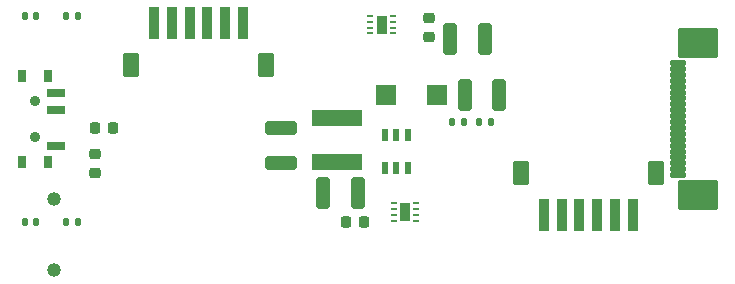
<source format=gbr>
%TF.GenerationSoftware,KiCad,Pcbnew,(7.0.0)*%
%TF.CreationDate,2023-10-22T09:49:58+03:00*%
%TF.ProjectId,nanoInvaderBot-power,6e616e6f-496e-4766-9164-6572426f742d,rev?*%
%TF.SameCoordinates,Original*%
%TF.FileFunction,Soldermask,Bot*%
%TF.FilePolarity,Negative*%
%FSLAX46Y46*%
G04 Gerber Fmt 4.6, Leading zero omitted, Abs format (unit mm)*
G04 Created by KiCad (PCBNEW (7.0.0)) date 2023-10-22 09:49:58*
%MOMM*%
%LPD*%
G01*
G04 APERTURE LIST*
G04 Aperture macros list*
%AMRoundRect*
0 Rectangle with rounded corners*
0 $1 Rounding radius*
0 $2 $3 $4 $5 $6 $7 $8 $9 X,Y pos of 4 corners*
0 Add a 4 corners polygon primitive as box body*
4,1,4,$2,$3,$4,$5,$6,$7,$8,$9,$2,$3,0*
0 Add four circle primitives for the rounded corners*
1,1,$1+$1,$2,$3*
1,1,$1+$1,$4,$5*
1,1,$1+$1,$6,$7*
1,1,$1+$1,$8,$9*
0 Add four rect primitives between the rounded corners*
20,1,$1+$1,$2,$3,$4,$5,0*
20,1,$1+$1,$4,$5,$6,$7,0*
20,1,$1+$1,$6,$7,$8,$9,0*
20,1,$1+$1,$8,$9,$2,$3,0*%
G04 Aperture macros list end*
%ADD10R,0.558800X0.977900*%
%ADD11C,1.180000*%
%ADD12RoundRect,0.135000X-0.135000X-0.185000X0.135000X-0.185000X0.135000X0.185000X-0.135000X0.185000X0*%
%ADD13R,4.191000X1.447800*%
%ADD14RoundRect,0.102000X-0.350000X-1.250000X0.350000X-1.250000X0.350000X1.250000X-0.350000X1.250000X0*%
%ADD15RoundRect,0.102000X-0.550000X-0.950000X0.550000X-0.950000X0.550000X0.950000X-0.550000X0.950000X0*%
%ADD16RoundRect,0.147500X-0.147500X-0.172500X0.147500X-0.172500X0.147500X0.172500X-0.147500X0.172500X0*%
%ADD17RoundRect,0.102000X0.350000X1.250000X-0.350000X1.250000X-0.350000X-1.250000X0.350000X-1.250000X0*%
%ADD18RoundRect,0.102000X0.550000X0.950000X-0.550000X0.950000X-0.550000X-0.950000X0.550000X-0.950000X0*%
%ADD19RoundRect,0.250000X-0.325000X-1.100000X0.325000X-1.100000X0.325000X1.100000X-0.325000X1.100000X0*%
%ADD20RoundRect,0.225000X0.225000X0.250000X-0.225000X0.250000X-0.225000X-0.250000X0.225000X-0.250000X0*%
%ADD21RoundRect,0.225000X0.250000X-0.225000X0.250000X0.225000X-0.250000X0.225000X-0.250000X-0.225000X0*%
%ADD22RoundRect,0.102000X-0.550000X0.150000X-0.550000X-0.150000X0.550000X-0.150000X0.550000X0.150000X0*%
%ADD23RoundRect,0.102000X-1.550000X1.150000X-1.550000X-1.150000X1.550000X-1.150000X1.550000X1.150000X0*%
%ADD24RoundRect,0.135000X0.135000X0.185000X-0.135000X0.185000X-0.135000X-0.185000X0.135000X-0.185000X0*%
%ADD25R,0.500000X0.250000*%
%ADD26R,0.900000X1.600000*%
%ADD27R,0.800000X1.000000*%
%ADD28C,0.900000*%
%ADD29R,1.500000X0.700000*%
%ADD30R,1.701800X1.651000*%
%ADD31RoundRect,0.250000X0.325000X1.100000X-0.325000X1.100000X-0.325000X-1.100000X0.325000X-1.100000X0*%
%ADD32RoundRect,0.250000X1.100000X-0.325000X1.100000X0.325000X-1.100000X0.325000X-1.100000X-0.325000X0*%
G04 APERTURE END LIST*
D10*
%TO.C,U5*%
X149299998Y-101384749D03*
X150249999Y-101384749D03*
X151200000Y-101384749D03*
X151200000Y-104115249D03*
X150249999Y-104115249D03*
X149299998Y-104115249D03*
%TD*%
D11*
%TO.C,J3*%
X121250000Y-106800000D03*
X121250000Y-112800000D03*
%TD*%
D12*
%TO.C,R10*%
X154990000Y-100250000D03*
X156010000Y-100250000D03*
%TD*%
D13*
%TO.C,L1*%
X145249999Y-99870399D03*
X145249999Y-103629599D03*
%TD*%
D14*
%TO.C,J2*%
X162750000Y-108150000D03*
X164250000Y-108150000D03*
X165750000Y-108150000D03*
X167250000Y-108150000D03*
X168750000Y-108150000D03*
X170250000Y-108150000D03*
D15*
X160800000Y-104550000D03*
X172200000Y-104550000D03*
%TD*%
D16*
%TO.C,D1*%
X118765000Y-108750000D03*
X119735000Y-108750000D03*
%TD*%
D17*
%TO.C,J1*%
X137250000Y-91850000D03*
X135750000Y-91850000D03*
X134250000Y-91850000D03*
X132750000Y-91850000D03*
X131250000Y-91850000D03*
X129750000Y-91850000D03*
D18*
X139200000Y-95450000D03*
X127800000Y-95450000D03*
%TD*%
D19*
%TO.C,C2*%
X156025000Y-98000000D03*
X158975000Y-98000000D03*
%TD*%
D12*
%TO.C,R9*%
X157240000Y-100250000D03*
X158260000Y-100250000D03*
%TD*%
D20*
%TO.C,C6*%
X147525000Y-108750000D03*
X145975000Y-108750000D03*
%TD*%
D21*
%TO.C,C4*%
X153000000Y-93025000D03*
X153000000Y-91475000D03*
%TD*%
%TO.C,C8*%
X124750000Y-104525000D03*
X124750000Y-102975000D03*
%TD*%
D22*
%TO.C,J4*%
X174062500Y-95250000D03*
X174062500Y-95750000D03*
X174062500Y-96250000D03*
X174062500Y-96750000D03*
X174062500Y-97250000D03*
X174062500Y-97750000D03*
X174062500Y-98250000D03*
X174062500Y-98750000D03*
X174062500Y-99250000D03*
X174062500Y-99750000D03*
X174062500Y-100250000D03*
X174062500Y-100750000D03*
X174062500Y-101250000D03*
X174062500Y-101750000D03*
X174062500Y-102250000D03*
X174062500Y-102750000D03*
X174062500Y-103250000D03*
X174062500Y-103750000D03*
X174062500Y-104250000D03*
X174062500Y-104750000D03*
D23*
X175762500Y-93580000D03*
X175762500Y-106420000D03*
%TD*%
D24*
%TO.C,R7*%
X123260000Y-108750000D03*
X122240000Y-108750000D03*
%TD*%
D25*
%TO.C,U2*%
X151949999Y-107099999D03*
X151949999Y-107599999D03*
X151949999Y-108099999D03*
X151949999Y-108599999D03*
X150049999Y-108599999D03*
X150049999Y-108099999D03*
X150049999Y-107599999D03*
X150049999Y-107099999D03*
D26*
X150999999Y-107849999D03*
%TD*%
D27*
%TO.C,SW1*%
X118569999Y-103649999D03*
X120779999Y-103649999D03*
D28*
X119670000Y-101500000D03*
X119670000Y-98500000D03*
D27*
X118569999Y-96349999D03*
X120779999Y-96349999D03*
D29*
X121429999Y-102249999D03*
X121429999Y-99249999D03*
X121429999Y-97749999D03*
%TD*%
D30*
%TO.C,D3*%
X153646299Y-97999999D03*
X149353699Y-97999999D03*
%TD*%
D20*
%TO.C,C7*%
X126275000Y-100750000D03*
X124725000Y-100750000D03*
%TD*%
D19*
%TO.C,C3*%
X154775000Y-93250000D03*
X157725000Y-93250000D03*
%TD*%
D25*
%TO.C,U1*%
X148049999Y-92749999D03*
X148049999Y-92249999D03*
X148049999Y-91749999D03*
X148049999Y-91249999D03*
X149949999Y-91249999D03*
X149949999Y-91749999D03*
X149949999Y-92249999D03*
X149949999Y-92749999D03*
D26*
X148999999Y-91999999D03*
%TD*%
D31*
%TO.C,C5*%
X146975000Y-106250000D03*
X144025000Y-106250000D03*
%TD*%
D24*
%TO.C,R8*%
X123260000Y-91250000D03*
X122240000Y-91250000D03*
%TD*%
D32*
%TO.C,C1*%
X140500000Y-103725000D03*
X140500000Y-100775000D03*
%TD*%
D16*
%TO.C,D2*%
X118765000Y-91250000D03*
X119735000Y-91250000D03*
%TD*%
M02*

</source>
